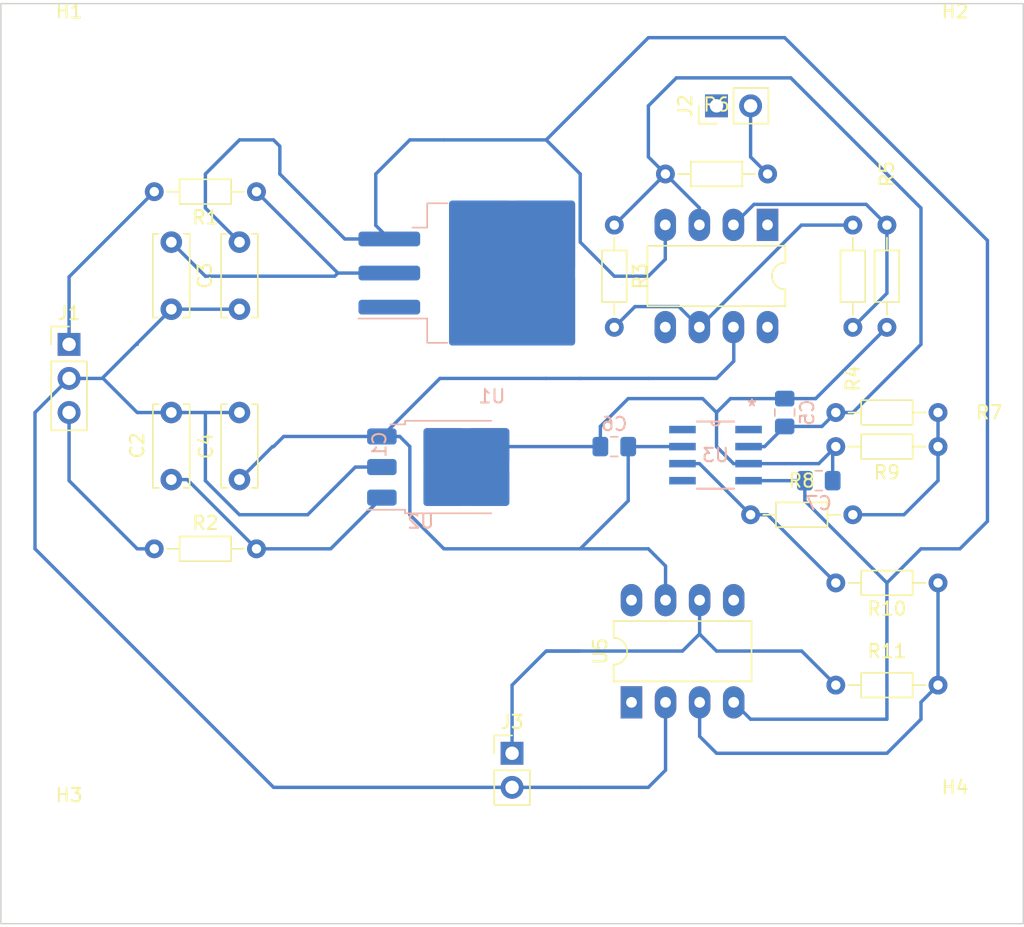
<source format=kicad_pcb>
(kicad_pcb (version 20221018) (generator pcbnew)
  (layers (0 "F.Cu" signal) (31 "B.Cu" signal) (34 "B.Paste" user) (35 "F.Paste" user) (36 "B.SilkS" user "B.Silkscreen") (37 "F.SilkS" user "F.Silkscreen") (38 "B.Mask" user) (39 "F.Mask" user) (44 "Edge.Cuts" user))
  (net 0 "")
  (net 1 "Net-(U1-VI)")
  (net 2 "Net-(J1-Pin_1)")
  (net 3 "Net-(J1-Pin_3)")
  (net 4 "Net-(U2-IN)")
  (net 5 "load")
  (net 6 "Net-(R3-Pad2)")
  (net 7 "Earth")
  (net 8 "Net-(J2-Pin_2)")
  (net 9 "-12V")
  (net 10 "+12V")
  (net 14 "Net-(R7-Pad1)")
  (net 15 "Net-(U3-OUT)")
  (net 16 "Net-(J3-Pin_1)")
  (net 17 "Net-(U4--)")
  (net 18 "Net-(U5-+)")
  (footprint "Package_DIP:DIP-8_W7.62mm_LongPads" (layer "F.Cu") (at 161.28 72.375 -90)
    (fp_text reference "U4" hide)
    (fp_text value "TL081" hide)
    (fp_line (start 1.56 -1.33) (end 1.56 8.95) (stroke (width 0.12)) (layer "F.SilkS"))
    (fp_line (start 1.56 8.95) (end 6.06 8.95) (stroke (width 0.12)) (layer "F.SilkS"))
    (fp_line (start 2.81 -1.33) (end 1.56 -1.33) (stroke (width 0.12)) (layer "F.SilkS"))
    (fp_line (start 6.06 -1.33) (end 4.81 -1.33) (stroke (width 0.12)) (layer "F.SilkS"))
    (fp_line (start 6.06 8.95) (end 6.06 -1.33) (stroke (width 0.12)) (layer "F.SilkS"))
    (fp_arc (start 4.81 -1.33) (mid 3.81 -0.33) (end 2.81 -1.33) (stroke (width 0.12)) (layer "F.SilkS"))
    (pad "1" thru_hole rect (at 0 0 270) (size 2.4 1.6) (drill 0.8) (layers "*.Cu" "*.Mask"))
    (pad "2" thru_hole oval (at 0 2.54 270) (size 2.4 1.6) (drill 0.8) (layers "*.Cu" "*.Mask") (net 17 "Net-(U4--)"))
    (pad "3" thru_hole oval (at 0 5.08 270) (size 2.4 1.6) (drill 0.8) (layers "*.Cu" "*.Mask") (net 5 "load"))
    (pad "4" thru_hole oval (at 0 7.62 270) (size 2.4 1.6) (drill 0.8) (layers "*.Cu" "*.Mask") (net 9 "-12V"))
    (pad "5" thru_hole oval (at 7.62 7.62 270) (size 2.4 1.6) (drill 0.8) (layers "*.Cu" "*.Mask"))
    (pad "6" thru_hole oval (at 7.62 5.08 270) (size 2.4 1.6) (drill 0.8) (layers "*.Cu" "*.Mask") (net 6 "Net-(R3-Pad2)"))
    (pad "7" thru_hole oval (at 7.62 2.54 270) (size 2.4 1.6) (drill 0.8) (layers "*.Cu" "*.Mask") (net 10 "+12V"))
    (pad "8" thru_hole oval (at 7.62 0 270) (size 2.4 1.6) (drill 0.8) (layers "*.Cu" "*.Mask"))
  )
  (footprint "Capacitor_THT:C_Disc_D6.0mm_W2.5mm_P5.00mm" (layer "F.Cu") (at 116.84 73.66 -90)
    (fp_text reference "C3" (at 2.5 -2.5 90) (layer "F.SilkS"))
    (fp_text value "330n")
    (fp_line (start -0.62 -1.37) (end -0.62 -0.925) (stroke (width 0.12)) (layer "F.SilkS"))
    (fp_line (start -0.62 -1.37) (end 5.62 -1.37) (stroke (width 0.12)) (layer "F.SilkS"))
    (fp_line (start -0.62 0.925) (end -0.62 1.37) (stroke (width 0.12)) (layer "F.SilkS"))
    (fp_line (start -0.62 1.37) (end 5.62 1.37) (stroke (width 0.12)) (layer "F.SilkS"))
    (fp_line (start 5.62 -1.37) (end 5.62 -0.925) (stroke (width 0.12)) (layer "F.SilkS"))
    (fp_line (start 5.62 0.925) (end 5.62 1.37) (stroke (width 0.12)) (layer "F.SilkS"))
    (pad "1" thru_hole circle (at 0 0 270) (size 1.6 1.6) (drill 0.8) (layers "*.Cu" "*.Mask") (net 1 "Net-(U1-VI)"))
    (pad "2" thru_hole circle (at 5 0 270) (size 1.6 1.6) (drill 0.8) (layers "*.Cu" "*.Mask") (net 7 "Earth"))
  )
  (footprint "Resistor_THT:R_Axial_DIN0204_L3.6mm_D1.6mm_P7.62mm_Horizontal" (layer "F.Cu") (at 160.02 93.98)
    (fp_text reference "R8" (at 3.81 -2.54) (layer "F.SilkS"))
    (fp_text value "12k" hide)
    (fp_line (start 0.94 0) (end 1.89 0) (stroke (width 0.12)) (layer "F.SilkS"))
    (fp_line (start 1.89 -0.92) (end 1.89 0.92) (stroke (width 0.12)) (layer "F.SilkS"))
    (fp_line (start 1.89 0.92) (end 5.73 0.92) (stroke (width 0.12)) (layer "F.SilkS"))
    (fp_line (start 5.73 -0.92) (end 1.89 -0.92) (stroke (width 0.12)) (layer "F.SilkS"))
    (fp_line (start 5.73 0.92) (end 5.73 -0.92) (stroke (width 0.12)) (layer "F.SilkS"))
    (fp_line (start 6.68 0) (end 5.73 0) (stroke (width 0.12)) (layer "F.SilkS"))
    (pad "1" thru_hole circle (at 0 0) (size 1.4 1.4) (drill 0.7) (layers "*.Cu" "*.Mask") (net 15 "Net-(U3-OUT)"))
    (pad "2" thru_hole oval (at 7.62 0) (size 1.4 1.4) (drill 0.7) (layers "*.Cu" "*.Mask") (net 14 "Net-(R7-Pad1)"))
  )
  (footprint "Capacitor_THT:C_Disc_D6.0mm_W2.5mm_P5.00mm" (layer "F.Cu") (at 121.92 91.36 90)
    (fp_text reference "C4" (at 2.5 -2.5 90) (layer "F.SilkS"))
    (fp_text value "220n")
    (fp_line (start -0.62 -1.37) (end -0.62 -0.925) (stroke (width 0.12)) (layer "F.SilkS"))
    (fp_line (start -0.62 -1.37) (end 5.62 -1.37) (stroke (width 0.12)) (layer "F.SilkS"))
    (fp_line (start -0.62 0.925) (end -0.62 1.37) (stroke (width 0.12)) (layer "F.SilkS"))
    (fp_line (start -0.62 1.37) (end 5.62 1.37) (stroke (width 0.12)) (layer "F.SilkS"))
    (fp_line (start 5.62 -1.37) (end 5.62 -0.925) (stroke (width 0.12)) (layer "F.SilkS"))
    (fp_line (start 5.62 0.925) (end 5.62 1.37) (stroke (width 0.12)) (layer "F.SilkS"))
    (pad "1" thru_hole circle (at 0 0 90) (size 1.6 1.6) (drill 0.8) (layers "*.Cu" "*.Mask") (net 10 "+12V"))
    (pad "2" thru_hole circle (at 5 0 90) (size 1.6 1.6) (drill 0.8) (layers "*.Cu" "*.Mask") (net 7 "Earth"))
  )
  (footprint "Resistor_THT:R_Axial_DIN0204_L3.6mm_D1.6mm_P7.62mm_Horizontal" (layer "F.Cu") (at 166.37 106.68)
    (fp_text reference "R11" (at 3.81 -2.53) (layer "F.SilkS"))
    (fp_text value "10k" hide)
    (fp_line (start 0.94 0) (end 1.89 0) (stroke (width 0.12)) (layer "F.SilkS"))
    (fp_line (start 1.89 -0.92) (end 1.89 0.92) (stroke (width 0.12)) (layer "F.SilkS"))
    (fp_line (start 1.89 0.92) (end 5.73 0.92) (stroke (width 0.12)) (layer "F.SilkS"))
    (fp_line (start 5.73 -0.92) (end 1.89 -0.92) (stroke (width 0.12)) (layer "F.SilkS"))
    (fp_line (start 5.73 0.92) (end 5.73 -0.92) (stroke (width 0.12)) (layer "F.SilkS"))
    (fp_line (start 6.68 0) (end 5.73 0) (stroke (width 0.12)) (layer "F.SilkS"))
    (pad "1" thru_hole circle (at 0 0) (size 1.4 1.4) (drill 0.7) (layers "*.Cu" "*.Mask") (net 16 "Net-(J3-Pin_1)"))
    (pad "2" thru_hole oval (at 7.62 0) (size 1.4 1.4) (drill 0.7) (layers "*.Cu" "*.Mask") (net 18 "Net-(U5-+)"))
  )
  (footprint "Connector_PinHeader_2.54mm:PinHeader_1x02_P2.54mm_Vertical" (layer "F.Cu") (at 157.48 63.5 90)
    (fp_text reference "J2" (at 0 -2.33 90) (layer "F.SilkS"))
    (fp_text value "Conn_01x02_Pin")
    (fp_line (start -1.33 -1.33) (end 0 -1.33) (stroke (width 0.12)) (layer "F.SilkS"))
    (fp_line (start -1.33 0) (end -1.33 -1.33) (stroke (width 0.12)) (layer "F.SilkS"))
    (fp_line (start -1.33 1.27) (end -1.33 3.87) (stroke (width 0.12)) (layer "F.SilkS"))
    (fp_line (start -1.33 1.27) (end 1.33 1.27) (stroke (width 0.12)) (layer "F.SilkS"))
    (fp_line (start -1.33 3.87) (end 1.33 3.87) (stroke (width 0.12)) (layer "F.SilkS"))
    (fp_line (start 1.33 1.27) (end 1.33 3.87) (stroke (width 0.12)) (layer "F.SilkS"))
    (pad "1" thru_hole rect (at 0 0 90) (size 1.7 1.7) (drill 1) (layers "*.Cu" "*.Mask") (net 7 "Earth"))
    (pad "2" thru_hole oval (at 0 2.54 90) (size 1.7 1.7) (drill 1) (layers "*.Cu" "*.Mask") (net 8 "Net-(J2-Pin_2)"))
  )
  (footprint "MountingHole:MountingHole_3.5mm" (layer "F.Cu") (at 175.26 60.96)
    (fp_text reference "H2" (at 0 -4.5) (layer "F.SilkS"))
    (fp_text value "MountingHole")
    (pad "" np_thru_hole circle (at 0 0) (size 3.5 3.5) (drill 3.5) (layers "*.Cu" "*.Mask"))
  )
  (footprint "Resistor_THT:R_Axial_DIN0204_L3.6mm_D1.6mm_P7.62mm_Horizontal" (layer "F.Cu") (at 153.67 68.58)
    (fp_text reference "R6" (at 3.81 -5.17) (layer "F.SilkS"))
    (fp_text value "10Meg")
    (fp_line (start 0.94 0) (end 1.89 0) (stroke (width 0.12)) (layer "F.SilkS"))
    (fp_line (start 1.89 -0.92) (end 1.89 0.92) (stroke (width 0.12)) (layer "F.SilkS"))
    (fp_line (start 1.89 0.92) (end 5.73 0.92) (stroke (width 0.12)) (layer "F.SilkS"))
    (fp_line (start 5.73 -0.92) (end 1.89 -0.92) (stroke (width 0.12)) (layer "F.SilkS"))
    (fp_line (start 5.73 0.92) (end 5.73 -0.92) (stroke (width 0.12)) (layer "F.SilkS"))
    (fp_line (start 6.68 0) (end 5.73 0) (stroke (width 0.12)) (layer "F.SilkS"))
    (pad "1" thru_hole circle (at 0 0) (size 1.4 1.4) (drill 0.7) (layers "*.Cu" "*.Mask") (net 5 "load"))
    (pad "2" thru_hole oval (at 7.62 0) (size 1.4 1.4) (drill 0.7) (layers "*.Cu" "*.Mask") (net 8 "Net-(J2-Pin_2)"))
  )
  (footprint "Capacitor_THT:C_Disc_D6.0mm_W2.5mm_P5.00mm" (layer "F.Cu") (at 116.84 91.36 90)
    (fp_text reference "C2" (at 2.54 -2.54 90) (layer "F.SilkS"))
    (fp_text value "330n")
    (fp_line (start -0.62 -1.37) (end -0.62 -0.925) (stroke (width 0.12)) (layer "F.SilkS"))
    (fp_line (start -0.62 -1.37) (end 5.62 -1.37) (stroke (width 0.12)) (layer "F.SilkS"))
    (fp_line (start -0.62 0.925) (end -0.62 1.37) (stroke (width 0.12)) (layer "F.SilkS"))
    (fp_line (start -0.62 1.37) (end 5.62 1.37) (stroke (width 0.12)) (layer "F.SilkS"))
    (fp_line (start 5.62 -1.37) (end 5.62 -0.925) (stroke (width 0.12)) (layer "F.SilkS"))
    (fp_line (start 5.62 0.925) (end 5.62 1.37) (stroke (width 0.12)) (layer "F.SilkS"))
    (pad "1" thru_hole circle (at 0 0 90) (size 1.6 1.6) (drill 0.8) (layers "*.Cu" "*.Mask") (net 4 "Net-(U2-IN)"))
    (pad "2" thru_hole circle (at 5 0 90) (size 1.6 1.6) (drill 0.8) (layers "*.Cu" "*.Mask") (net 7 "Earth"))
  )
  (footprint "Connector_PinHeader_2.54mm:PinHeader_1x02_P2.54mm_Vertical" (layer "F.Cu") (at 142.24 111.76)
    (fp_text reference "J3" (at 0 -2.33) (layer "F.SilkS"))
    (fp_text value "Conn_01x02_Pin" hide)
    (fp_line (start -1.33 -1.33) (end 0 -1.33) (stroke (width 0.12)) (layer "F.SilkS"))
    (fp_line (start -1.33 0) (end -1.33 -1.33) (stroke (width 0.12)) (layer "F.SilkS"))
    (fp_line (start -1.33 1.27) (end -1.33 3.87) (stroke (width 0.12)) (layer "F.SilkS"))
    (fp_line (start -1.33 1.27) (end 1.33 1.27) (stroke (width 0.12)) (layer "F.SilkS"))
    (fp_line (start -1.33 3.87) (end 1.33 3.87) (stroke (width 0.12)) (layer "F.SilkS"))
    (fp_line (start 1.33 1.27) (end 1.33 3.87) (stroke (width 0.12)) (layer "F.SilkS"))
    (pad "1" thru_hole rect (at 0 0) (size 1.7 1.7) (drill 1) (layers "*.Cu" "*.Mask") (net 16 "Net-(J3-Pin_1)"))
    (pad "2" thru_hole oval (at 0 2.54) (size 1.7 1.7) (drill 1) (layers "*.Cu" "*.Mask") (net 7 "Earth"))
  )
  (footprint "Capacitor_THT:C_Disc_D6.0mm_W2.5mm_P5.00mm" (layer "F.Cu") (at 121.92 73.66 -90)
    (fp_text reference "C1" (at 15.085 -10.435 90) (layer "B.SilkS") (effects (justify mirror)))
    (fp_text value "220n")
    (fp_line (start -0.62 -1.37) (end -0.62 -0.925) (stroke (width 0.12)) (layer "F.SilkS"))
    (fp_line (start -0.62 -1.37) (end 5.62 -1.37) (stroke (width 0.12)) (layer "F.SilkS"))
    (fp_line (start -0.62 0.925) (end -0.62 1.37) (stroke (width 0.12)) (layer "F.SilkS"))
    (fp_line (start -0.62 1.37) (end 5.62 1.37) (stroke (width 0.12)) (layer "F.SilkS"))
    (fp_line (start 5.62 -1.37) (end 5.62 -0.925) (stroke (width 0.12)) (layer "F.SilkS"))
    (fp_line (start 5.62 0.925) (end 5.62 1.37) (stroke (width 0.12)) (layer "F.SilkS"))
    (pad "1" thru_hole circle (at 0 0 270) (size 1.6 1.6) (drill 0.8) (layers "*.Cu" "*.Mask") (net 9 "-12V"))
    (pad "2" thru_hole circle (at 5 0 270) (size 1.6 1.6) (drill 0.8) (layers "*.Cu" "*.Mask") (net 7 "Earth"))
  )
  (footprint "Resistor_THT:R_Axial_DIN0204_L3.6mm_D1.6mm_P7.62mm_Horizontal" (layer "F.Cu") (at 173.99 99.06 180)
    (fp_text reference "R10" (at 3.81 -1.92) (layer "F.SilkS"))
    (fp_text value "10k" hide)
    (fp_line (start 0.94 0) (end 1.89 0) (stroke (width 0.12)) (layer "F.SilkS"))
    (fp_line (start 1.89 -0.92) (end 1.89 0.92) (stroke (width 0.12)) (layer "F.SilkS"))
    (fp_line (start 1.89 0.92) (end 5.73 0.92) (stroke (width 0.12)) (layer "F.SilkS"))
    (fp_line (start 5.73 -0.92) (end 1.89 -0.92) (stroke (width 0.12)) (layer "F.SilkS"))
    (fp_line (start 5.73 0.92) (end 5.73 -0.92) (stroke (width 0.12)) (layer "F.SilkS"))
    (fp_line (start 6.68 0) (end 5.73 0) (stroke (width 0.12)) (layer "F.SilkS"))
    (pad "1" thru_hole circle (at 0 0 180) (size 1.4 1.4) (drill 0.7) (layers "*.Cu" "*.Mask") (net 18 "Net-(U5-+)"))
    (pad "2" thru_hole oval (at 7.62 0 180) (size 1.4 1.4) (drill 0.7) (layers "*.Cu" "*.Mask") (net 15 "Net-(U3-OUT)"))
  )
  (footprint "MountingHole:MountingHole_3.5mm" (layer "F.Cu") (at 109.22 119.38)
    (fp_text reference "H3" (at 0 -4.5) (layer "F.SilkS"))
    (fp_text value "MountingHole")
    (pad "" np_thru_hole circle (at 0 0) (size 3.5 3.5) (drill 3.5) (layers "*.Cu" "*.Mask"))
  )
  (footprint "Resistor_THT:R_Axial_DIN0204_L3.6mm_D1.6mm_P7.62mm_Horizontal" (layer "F.Cu") (at 170.18 80.01 90)
    (fp_text reference "R5" (at 11.43 0 90) (layer "F.SilkS"))
    (fp_text value "100k")
    (fp_line (start 0.94 0) (end 1.89 0) (stroke (width 0.12)) (layer "F.SilkS"))
    (fp_line (start 1.89 -0.92) (end 1.89 0.92) (stroke (width 0.12)) (layer "F.SilkS"))
    (fp_line (start 1.89 0.92) (end 5.73 0.92) (stroke (width 0.12)) (layer "F.SilkS"))
    (fp_line (start 5.73 -0.92) (end 1.89 -0.92) (stroke (width 0.12)) (layer "F.SilkS"))
    (fp_line (start 5.73 0.92) (end 5.73 -0.92) (stroke (width 0.12)) (layer "F.SilkS"))
    (fp_line (start 6.68 0) (end 5.73 0) (stroke (width 0.12)) (layer "F.SilkS"))
    (pad "1" thru_hole circle (at 0 0 90) (size 1.4 1.4) (drill 0.7) (layers "*.Cu" "*.Mask") (net 7 "Earth"))
    (pad "2" thru_hole oval (at 7.62 0 90) (size 1.4 1.4) (drill 0.7) (layers "*.Cu" "*.Mask") (net 17 "Net-(U4--)"))
  )
  (footprint "Package_DIP:DIP-8_W7.62mm_LongPads" (layer "F.Cu") (at 151.14 107.965 90)
    (fp_text reference "U5" (at 3.81 -2.33 90) (layer "F.SilkS"))
    (fp_text value "TL081")
    (fp_line (start 1.56 -1.33) (end 1.56 8.95) (stroke (width 0.12)) (layer "F.SilkS"))
    (fp_line (start 1.56 8.95) (end 6.06 8.95) (stroke (width 0.12)) (layer "F.SilkS"))
    (fp_line (start 2.81 -1.33) (end 1.56 -1.33) (stroke (width 0.12)) (layer "F.SilkS"))
    (fp_line (start 6.06 -1.33) (end 4.81 -1.33) (stroke (width 0.12)) (layer "F.SilkS"))
    (fp_line (start 6.06 8.95) (end 6.06 -1.33) (stroke (width 0.12)) (layer "F.SilkS"))
    (fp_arc (start 4.81 -1.33) (mid 3.81 -0.33) (end 2.81 -1.33) (stroke (width 0.12)) (layer "F.SilkS"))
    (pad "1" thru_hole rect (at 0 0 90) (size 2.4 1.6) (drill 0.8) (layers "*.Cu" "*.Mask"))
    (pad "2" thru_hole oval (at 0 2.54 90) (size 2.4 1.6) (drill 0.8) (layers "*.Cu" "*.Mask") (net 7 "Earth"))
    (pad "3" thru_hole oval (at 0 5.08 90) (size 2.4 1.6) (drill 0.8) (layers "*.Cu" "*.Mask") (net 18 "Net-(U5-+)"))
    (pad "4" thru_hole oval (at 0 7.62 90) (size 2.4 1.6) (drill 0.8) (layers "*.Cu" "*.Mask") (net 9 "-12V"))
    (pad "5" thru_hole oval (at 7.62 7.62 90) (size 2.4 1.6) (drill 0.8) (layers "*.Cu" "*.Mask"))
    (pad "6" thru_hole oval (at 7.62 5.08 90) (size 2.4 1.6) (drill 0.8) (layers "*.Cu" "*.Mask") (net 16 "Net-(J3-Pin_1)"))
    (pad "7" thru_hole oval (at 7.62 2.54 90) (size 2.4 1.6) (drill 0.8) (layers "*.Cu" "*.Mask") (net 10 "+12V"))
    (pad "8" thru_hole oval (at 7.62 0 90) (size 2.4 1.6) (drill 0.8) (layers "*.Cu" "*.Mask"))
  )
  (footprint "Resistor_THT:R_Axial_DIN0204_L3.6mm_D1.6mm_P7.62mm_Horizontal" (layer "F.Cu") (at 173.99 88.9 180)
    (fp_text reference "R9" (at 3.81 -1.92) (layer "F.SilkS"))
    (fp_text value "120" hide)
    (fp_line (start 0.94 0) (end 1.89 0) (stroke (width 0.12)) (layer "F.SilkS"))
    (fp_line (start 1.89 -0.92) (end 1.89 0.92) (stroke (width 0.12)) (layer "F.SilkS"))
    (fp_line (start 1.89 0.92) (end 5.73 0.92) (stroke (width 0.12)) (layer "F.SilkS"))
    (fp_line (start 5.73 -0.92) (end 1.89 -0.92) (stroke (width 0.12)) (layer "F.SilkS"))
    (fp_line (start 5.73 0.92) (end 5.73 -0.92) (stroke (width 0.12)) (layer "F.SilkS"))
    (fp_line (start 6.68 0) (end 5.73 0) (stroke (width 0.12)) (layer "F.SilkS"))
    (pad "1" thru_hole circle (at 0 0 180) (size 1.4 1.4) (drill 0.7) (layers "*.Cu" "*.Mask") (net 14 "Net-(R7-Pad1)"))
    (pad "2" thru_hole oval (at 7.62 0 180) (size 1.4 1.4) (drill 0.7) (layers "*.Cu" "*.Mask") (net 7 "Earth"))
  )
  (footprint "Resistor_THT:R_Axial_DIN0204_L3.6mm_D1.6mm_P7.62mm_Horizontal" (layer "F.Cu") (at 173.99 86.36 180)
    (fp_text reference "R7" (at -3.81 0) (layer "F.SilkS"))
    (fp_text value "100k" hide)
    (fp_line (start 0.94 0) (end 1.89 0) (stroke (width 0.12)) (layer "F.SilkS"))
    (fp_line (start 1.89 -0.92) (end 1.89 0.92) (stroke (width 0.12)) (layer "F.SilkS"))
    (fp_line (start 1.89 0.92) (end 5.73 0.92) (stroke (width 0.12)) (layer "F.SilkS"))
    (fp_line (start 5.73 -0.92) (end 1.89 -0.92) (stroke (width 0.12)) (layer "F.SilkS"))
    (fp_line (start 5.73 0.92) (end 5.73 -0.92) (stroke (width 0.12)) (layer "F.SilkS"))
    (fp_line (start 6.68 0) (end 5.73 0) (stroke (width 0.12)) (layer "F.SilkS"))
    (pad "1" thru_hole circle (at 0 0 180) (size 1.4 1.4) (drill 0.7) (layers "*.Cu" "*.Mask") (net 14 "Net-(R7-Pad1)"))
    (pad "2" thru_hole oval (at 7.62 0 180) (size 1.4 1.4) (drill 0.7) (layers "*.Cu" "*.Mask") (net 5 "load"))
  )
  (footprint "MountingHole:MountingHole_3.5mm" (layer "F.Cu") (at 109.22 60.96)
    (fp_text reference "H1" (at 0 -4.5) (layer "F.SilkS"))
    (fp_text value "MountingHole")
    (pad "" np_thru_hole circle (at 0 0) (size 3.5 3.5) (drill 3.5) (layers "*.Cu" "*.Mask"))
  )
  (footprint "MountingHole:MountingHole_3.5mm" (layer "F.Cu") (at 175.26 119.38)
    (fp_text reference "H4" (at 0 -5.08) (layer "F.SilkS"))
    (fp_text value "MountingHole")
    (pad "" np_thru_hole circle (at 0 0) (size 3.5 3.5) (drill 3.5) (layers "*.Cu" "*.Mask"))
  )
  (footprint "Resistor_THT:R_Axial_DIN0204_L3.6mm_D1.6mm_P7.62mm_Horizontal" (layer "F.Cu") (at 115.57 96.52)
    (fp_text reference "R2" (at 3.81 -1.93) (layer "F.SilkS"))
    (fp_text value "50")
    (fp_line (start 0.94 0) (end 1.89 0) (stroke (width 0.12)) (layer "F.SilkS"))
    (fp_line (start 1.89 -0.92) (end 1.89 0.92) (stroke (width 0.12)) (layer "F.SilkS"))
    (fp_line (start 1.89 0.92) (end 5.73 0.92) (stroke (width 0.12)) (layer "F.SilkS"))
    (fp_line (start 5.73 -0.92) (end 1.89 -0.92) (stroke (width 0.12)) (layer "F.SilkS"))
    (fp_line (start 5.73 0.92) (end 5.73 -0.92) (stroke (width 0.12)) (layer "F.SilkS"))
    (fp_line (start 6.68 0) (end 5.73 0) (stroke (width 0.12)) (layer "F.SilkS"))
    (pad "1" thru_hole circle (at 0 0) (size 1.4 1.4) (drill 0.7) (layers "*.Cu" "*.Mask") (net 3 "Net-(J1-Pin_3)"))
    (pad "2" thru_hole oval (at 7.62 0) (size 1.4 1.4) (drill 0.7) (layers "*.Cu" "*.Mask") (net 4 "Net-(U2-IN)"))
  )
  (footprint "Connector_PinHeader_2.54mm:PinHeader_1x03_P2.54mm_Vertical" (layer "F.Cu") (at 109.22 81.28)
    (fp_text reference "J1" (at 0 -2.33) (layer "F.SilkS"))
    (fp_text value "Conn_01x03_Pin")
    (fp_line (start -1.33 -1.33) (end 0 -1.33) (stroke (width 0.12)) (layer "F.SilkS"))
    (fp_line (start -1.33 0) (end -1.33 -1.33) (stroke (width 0.12)) (layer "F.SilkS"))
    (fp_line (start -1.33 1.27) (end -1.33 6.41) (stroke (width 0.12)) (layer "F.SilkS"))
    (fp_line (start -1.33 1.27) (end 1.33 1.27) (stroke (width 0.12)) (layer "F.SilkS"))
    (fp_line (start -1.33 6.41) (end 1.33 6.41) (stroke (width 0.12)) (layer "F.SilkS"))
    (fp_line (start 1.33 1.27) (end 1.33 6.41) (stroke (width 0.12)) (layer "F.SilkS"))
    (pad "1" thru_hole rect (at 0 0) (size 1.7 1.7) (drill 1) (layers "*.Cu" "*.Mask") (net 2 "Net-(J1-Pin_1)"))
    (pad "2" thru_hole oval (at 0 2.54) (size 1.7 1.7) (drill 1) (layers "*.Cu" "*.Mask") (net 7 "Earth"))
    (pad "3" thru_hole oval (at 0 5.08) (size 1.7 1.7) (drill 1) (layers "*.Cu" "*.Mask") (net 3 "Net-(J1-Pin_3)"))
  )
  (footprint "Resistor_THT:R_Axial_DIN0204_L3.6mm_D1.6mm_P7.62mm_Horizontal" (layer "F.Cu") (at 149.86 72.39 -90)
    (fp_text reference "R3" (at 3.81 -1.92 90) (layer "F.SilkS"))
    (fp_text value "10Meg")
    (fp_line (start 0.94 0) (end 1.89 0) (stroke (width 0.12)) (layer "F.SilkS"))
    (fp_line (start 1.89 -0.92) (end 1.89 0.92) (stroke (width 0.12)) (layer "F.SilkS"))
    (fp_line (start 1.89 0.92) (end 5.73 0.92) (stroke (width 0.12)) (layer "F.SilkS"))
    (fp_line (start 5.73 -0.92) (end 1.89 -0.92) (stroke (width 0.12)) (layer "F.SilkS"))
    (fp_line (start 5.73 0.92) (end 5.73 -0.92) (stroke (width 0.12)) (layer "F.SilkS"))
    (fp_line (start 6.68 0) (end 5.73 0) (stroke (width 0.12)) (layer "F.SilkS"))
    (pad "1" thru_hole circle (at 0 0 270) (size 1.4 1.4) (drill 0.7) (layers "*.Cu" "*.Mask") (net 5 "load"))
    (pad "2" thru_hole oval (at 7.62 0 270) (size 1.4 1.4) (drill 0.7) (layers "*.Cu" "*.Mask") (net 6 "Net-(R3-Pad2)"))
  )
  (footprint "Resistor_THT:R_Axial_DIN0204_L3.6mm_D1.6mm_P7.62mm_Horizontal" (layer "F.Cu") (at 123.19 69.9 180)
    (fp_text reference "R1" (at 3.81 -1.92) (layer "F.SilkS"))
    (fp_text value "50")
    (fp_line (start 0.94 0) (end 1.89 0) (stroke (width 0.12)) (layer "F.SilkS"))
    (fp_line (start 1.89 -0.92) (end 1.89 0.92) (stroke (width 0.12)) (layer "F.SilkS"))
    (fp_line (start 1.89 0.92) (end 5.73 0.92) (stroke (width 0.12)) (layer "F.SilkS"))
    (fp_line (start 5.73 -0.92) (end 1.89 -0.92) (stroke (width 0.12)) (layer "F.SilkS"))
    (fp_line (start 5.73 0.92) (end 5.73 -0.92) (stroke (width 0.12)) (layer "F.SilkS"))
    (fp_line (start 6.68 0) (end 5.73 0) (stroke (width 0.12)) (layer "F.SilkS"))
    (pad "1" thru_hole circle (at 0 0 180) (size 1.4 1.4) (drill 0.7) (layers "*.Cu" "*.Mask") (net 1 "Net-(U1-VI)"))
    (pad "2" thru_hole oval (at 7.62 0 180) (size 1.4 1.4) (drill 0.7) (layers "*.Cu" "*.Mask") (net 2 "Net-(J1-Pin_1)"))
  )
  (footprint "Resistor_THT:R_Axial_DIN0204_L3.6mm_D1.6mm_P7.62mm_Horizontal" (layer "F.Cu") (at 167.64 80.01 90)
    (fp_text reference "R4" (at -3.81 0 90) (layer "F.SilkS"))
    (fp_text value "100k")
    (fp_line (start 0.94 0) (end 1.89 0) (stroke (width 0.12)) (layer "F.SilkS"))
    (fp_line (start 1.89 -0.92) (end 1.89 0.92) (stroke (width 0.12)) (layer "F.SilkS"))
    (fp_line (start 1.89 0.92) (end 5.73 0.92) (stroke (width 0.12)) (layer "F.SilkS"))
    (fp_line (start 5.73 -0.92) (end 1.89 -0.92) (stroke (width 0.12)) (layer "F.SilkS"))
    (fp_line (start 5.73 0.92) (end 5.73 -0.92) (stroke (width 0.12)) (layer "F.SilkS"))
    (fp_line (start 6.68 0) (end 5.73 0) (stroke (width 0.12)) (layer "F.SilkS"))
    (pad "1" thru_hole circle (at 0 0 90) (size 1.4 1.4) (drill 0.7) (layers "*.Cu" "*.Mask") (net 17 "Net-(U4--)"))
    (pad "2" thru_hole oval (at 7.62 0 90) (size 1.4 1.4) (drill 0.7) (layers "*.Cu" "*.Mask") (net 6 "Net-(R3-Pad2)"))
  )
  (footprint "OPA209:D8" (layer "B.Cu") (at 157.4038 89.535 180)
    (fp_text reference "U3" (at 0 0 unlocked) (layer "B.SilkS") (effects (justify mirror)))
    (fp_text value "OPA209AID")
    (fp_text user "*" (at -2.7178 3.6068 unlocked) (layer "B.SilkS") (effects (justify mirror)))
    (fp_text user "*" (at -2.7178 3.6068) (layer "B.SilkS") (effects (justify mirror)))
    (fp_line (start -1.373653 -2.5019) (end 1.373653 -2.5019) (stroke (width 0.1524)) (layer "B.SilkS"))
    (fp_line (start 1.373653 2.5019) (end -1.373653 2.5019) (stroke (width 0.1524)) (layer "B.SilkS"))
    (fp_arc (start -0.3048 2.5019) (mid 0 2.1971) (end 0.3048 2.5019) (stroke (width 0.1524)) (layer "B.SilkS"))
    (pad "1" smd rect (at -2.4638 1.905 180) (size 1.9812 0.5588) (layers "B.Cu" "B.Paste" "B.Mask"))
    (pad "2" smd rect (at -2.4638 0.635 180) (size 1.9812 0.5588) (layers "B.Cu" "B.Paste" "B.Mask") (net 5 "load"))
    (pad "3" smd rect (at -2.4638 -0.635 180) (size 1.9812 0.5588) (layers "B.Cu" "B.Paste" "B.Mask") (net 7 "Earth"))
    (pad "4" smd rect (at -2.4638 -1.905 180) (size 1.9812 0.5588) (layers "B.Cu" "B.Paste" "B.Mask") (net 9 "-12V"))
    (pad "5" smd rect (at 2.4638 -1.905 180) (size 1.9812 0.5588) (layers "B.Cu" "B.Paste" "B.Mask"))
    (pad "6" smd rect (at 2.4638 -0.635 180) (size 1.9812 0.5588) (layers "B.Cu" "B.Paste" "B.Mask") (net 15 "Net-(U3-OUT)"))
    (pad "7" smd rect (at 2.4638 0.635 180) (size 1.9812 0.5588) (layers "B.Cu" "B.Paste" "B.Mask") (net 10 "+12V"))
    (pad "8" smd rect (at 2.4638 1.905 180) (size 1.9812 0.5588) (layers "B.Cu" "B.Paste" "B.Mask"))
  )
  (footprint "Capacitor_SMD:C_0805_2012Metric_Pad1.18x1.45mm_HandSolder" (layer "B.Cu") (at 165.1 91.44)
    (fp_text reference "C7" (at 0 1.68) (layer "B.SilkS") (effects (justify mirror)))
    (fp_text value "0.1u")
    (fp_line (start -0.261252 -0.735) (end 0.261252 -0.735) (stroke (width 0.12)) (layer "B.SilkS"))
    (fp_line (start -0.261252 0.735) (end 0.261252 0.735) (stroke (width 0.12)) (layer "B.SilkS"))
    (pad "1" smd roundrect (at -1.0375 0) (size 1.175 1.45) (layers "B.Cu" "B.Paste" "B.Mask") (roundrect_rratio 0.2127659574) (net 9 "-12V"))
    (pad "2" smd roundrect (at 1.0375 0) (size 1.175 1.45) (layers "B.Cu" "B.Paste" "B.Mask") (roundrect_rratio 0.2127659574) (net 7 "Earth"))
  )
  (footprint "Package_TO_SOT_SMD:TO-252-3_TabPin2" (layer "B.Cu") (at 137.575 90.425)
    (fp_text reference "U2" (at -2.145 4.065) (layer "B.SilkS") (effects (justify mirror)))
    (fp_text value "L7812")
    (fp_line (start -3.31 -3.45) (end -3.31 -3.18) (stroke (width 0.12)) (layer "B.SilkS"))
    (fp_line (start -3.31 -3.18) (end -4.41 -3.18) (stroke (width 0.12)) (layer "B.SilkS"))
    (fp_line (start -3.31 3.18) (end -6.14 3.18) (stroke (width 0.12)) (layer "B.SilkS"))
    (fp_line (start -3.31 3.45) (end -3.31 3.18) (stroke (width 0.12)) (layer "B.SilkS"))
    (fp_line (start 3.11 -3.45) (end -3.31 -3.45) (stroke (width 0.12)) (layer "B.SilkS"))
    (fp_line (start 3.11 3.45) (end -3.31 3.45) (stroke (width 0.12)) (layer "B.SilkS"))
    (pad "1" smd roundrect (at -5.04 2.28) (size 2.2 1.2) (layers "B.Cu" "B.Paste" "B.Mask") (roundrect_rratio 0.2083333333) (net 4 "Net-(U2-IN)"))
    (pad "2" smd roundrect (at -5.04 0) (size 2.2 1.2) (layers "B.Cu" "B.Paste" "B.Mask") (roundrect_rratio 0.2083333333) (net 7 "Earth"))
    (pad "2" smd roundrect (at -0.415 -1.525) (size 3.05 2.75) (layers "B.Cu" "B.Paste") (roundrect_rratio 0.09090909091) (net 7 "Earth"))
    (pad "2" smd roundrect (at -0.415 1.525) (size 3.05 2.75) (layers "B.Cu" "B.Paste") (roundrect_rratio 0.09090909091) (net 7 "Earth"))
    (pad "2" smd roundrect (at 1.26 0) (size 6.4 5.8) (layers "B.Cu" "B.Mask") (roundrect_rratio 0.04310293103) (net 7 "Earth"))
    (pad "2" smd roundrect (at 2.935 -1.525) (size 3.05 2.75) (layers "B.Cu" "B.Paste") (roundrect_rratio 0.09090909091) (net 7 "Earth"))
    (pad "2" smd roundrect (at 2.935 1.525) (size 3.05 2.75) (layers "B.Cu" "B.Paste") (roundrect_rratio 0.09090909091) (net 7 "Earth"))
    (pad "3" smd roundrect (at -5.04 -2.28) (size 2.2 1.2) (layers "B.Cu" "B.Paste" "B.Mask") (roundrect_rratio 0.2083333333) (net 10 "+12V"))
  )
  (footprint "Capacitor_SMD:C_0805_2012Metric_Pad1.18x1.45mm_HandSolder" (layer "B.Cu") (at 149.86 88.9 180)
    (fp_text reference "C6" (at 0 1.68) (layer "B.SilkS") (effects (justify mirror)))
    (fp_text value "0.1u" hide)
    (fp_line (start -0.261252 -0.735) (end 0.261252 -0.735) (stroke (width 0.12)) (layer "B.SilkS"))
    (fp_line (start -0.261252 0.735) (end 0.261252 0.735) (stroke (width 0.12)) (layer "B.SilkS"))
    (pad "1" smd roundrect (at -1.0375 0 180) (size 1.175 1.45) (layers "B.Cu" "B.Paste" "B.Mask") (roundrect_rratio 0.2127659574) (net 10 "+12V"))
    (pad "2" smd roundrect (at 1.0375 0 180) (size 1.175 1.45) (layers "B.Cu" "B.Paste" "B.Mask") (roundrect_rratio 0.2127659574) (net 7 "Earth"))
  )
  (footprint "Package_TO_SOT_SMD:TO-263-3_TabPin2" (layer "B.Cu") (at 140.74 75.965)
    (fp_text reference "U1" (at 0 9.19) (layer "B.SilkS") (effects (justify mirror)))
    (fp_text value "MC7912")
    (fp_line (start -4.825 -5.2) (end -4.825 -3.39) (stroke (width 0.12)) (layer "B.SilkS"))
    (fp_line (start -4.825 -3.39) (end -5.925 -3.39) (stroke (width 0.12)) (layer "B.SilkS"))
    (fp_line (start -4.825 3.39) (end -9.95 3.39) (stroke (width 0.12)) (layer "B.SilkS"))
    (fp_line (start -4.825 5.2) (end -4.825 3.39) (stroke (width 0.12)) (layer "B.SilkS"))
    (fp_line (start -3.325 -5.2) (end -4.825 -5.2) (stroke (width 0.12)) (layer "B.SilkS"))
    (fp_line (start -3.325 5.2) (end -4.825 5.2) (stroke (width 0.12)) (layer "B.SilkS"))
    (pad "1" smd roundrect (at -7.65 2.54) (size 4.6 1.1) (layers "B.Cu" "B.Paste" "B.Mask") (roundrect_rratio 0.2272727273) (net 7 "Earth"))
    (pad "2" smd roundrect (at -7.65 0) (size 4.6 1.1) (layers "B.Cu" "B.Paste" "B.Mask") (roundrect_rratio 0.2272727273) (net 1 "Net-(U1-VI)"))
    (pad "2" smd roundrect (at -0.925 -2.775) (size 4.55 5.25) (layers "B.Cu" "B.Paste") (roundrect_rratio 0.05494505495) (net 1 "Net-(U1-VI)"))
    (pad "2" smd roundrect (at -0.925 2.775) (size 4.55 5.25) (layers "B.Cu" "B.Paste") (roundrect_rratio 0.05494505495) (net 1 "Net-(U1-VI)"))
    (pad "2" smd roundrect (at 1.5 0) (size 9.4 10.8) (layers "B.Cu" "B.Mask") (roundrect_rratio 0.02659595745) (net 1 "Net-(U1-VI)"))
    (pad "2" smd roundrect (at 3.925 -2.775) (size 4.55 5.25) (layers "B.Cu" "B.Paste") (roundrect_rratio 0.05494505495) (net 1 "Net-(U1-VI)"))
    (pad "2" smd roundrect (at 3.925 2.775) (size 4.55 5.25) (layers "B.Cu" "B.Paste") (roundrect_rratio 0.05494505495) (net 1 "Net-(U1-VI)"))
    (pad "3" smd roundrect (at -7.65 -2.54) (size 4.6 1.1) (layers "B.Cu" "B.Paste" "B.Mask") (roundrect_rratio 0.2272727273) (net 9 "-12V"))
  )
  (footprint "Capacitor_SMD:C_0805_2012Metric_Pad1.18x1.45mm_HandSolder" (layer "B.Cu") (at 162.56 86.36 90)
    (fp_text reference "C5" (at 0 1.68 90) (layer "B.SilkS") (effects (justify mirror)))
    (fp_text value "47p")
    (fp_line (start -0.261252 -0.735) (end 0.261252 -0.735) (stroke (width 0.12)) (layer "B.SilkS"))
    (fp_line (start -0.261252 0.735) (end 0.261252 0.735) (stroke (width 0.12)) (layer "B.SilkS"))
    (pad "1" smd roundrect (at -1.0375 0 90) (size 1.175 1.45) (layers "B.Cu" "B.Paste" "B.Mask") (roundrect_rratio 0.2127659574) (net 5 "load"))
    (pad "2" smd roundrect (at 1.0375 0 90) (size 1.175 1.45) (layers "B.Cu" "B.Paste" "B.Mask") (roundrect_rratio 0.2127659574) (net 7 "Earth"))
  )
  (gr_line (start 104.14 55.88) (end 180.34 55.88) (stroke (width 0.1)) (layer "Edge.Cuts"))
  (gr_line (start 180.34 124.46) (end 180.34 55.88) (stroke (width 0.1)) (layer "Edge.Cuts"))
  (gr_line (start 104.14 55.88) (end 104.14 124.46) (stroke (width 0.1)) (layer "Edge.Cuts"))
  (gr_line (start 104.14 124.46) (end 180.34 124.46) (stroke (width 0.1)) (layer "Edge.Cuts"))
  (segment (start 116.84 73.66) (end 119.38 76.2) (width 0.254) (layer "B.Cu") (net 1))
  (segment (start 119.38 76.2) (end 129.02 76.2) (width 0.254) (layer "B.Cu") (net 1))
  (segment (start 123.19 69.9) (end 129.255 75.965) (width 0.254) (layer "B.Cu") (net 1))
  (segment (start 129.255 75.965) (end 133.09 75.965) (width 0.254) (layer "B.Cu") (net 1))
  (segment (start 129.02 76.2) (end 129.255 75.965) (width 0.254) (layer "B.Cu") (net 1))
  (segment (start 109.22 76.25) (end 115.57 69.9) (width 0.254) (layer "B.Cu") (net 2))
  (segment (start 109.22 81.28) (end 109.22 76.25) (width 0.254) (layer "B.Cu") (net 2))
  (segment (start 109.22 91.44) (end 114.3 96.52) (width 0.254) (layer "B.Cu") (net 3))
  (segment (start 114.3 96.52) (end 115.57 96.52) (width 0.254) (layer "B.Cu") (net 3))
  (segment (start 109.22 86.36) (end 109.22 91.44) (width 0.254) (layer "B.Cu") (net 3))
  (segment (start 116.84 91.36) (end 118.03 91.36) (width 0.254) (layer "B.Cu") (net 4))
  (segment (start 123.19 96.52) (end 128.72 96.52) (width 0.254) (layer "B.Cu") (net 4))
  (segment (start 128.72 96.52) (end 132.535 92.705) (width 0.254) (layer "B.Cu") (net 4))
  (segment (start 118.03 91.36) (end 123.19 96.52) (width 0.254) (layer "B.Cu") (net 4))
  (segment (start 152.4 67.31) (end 153.67 68.58) (width 0.254) (layer "B.Cu") (net 5))
  (segment (start 166.37 86.36) (end 167.64 86.36) (width 0.254) (layer "B.Cu") (net 5))
  (segment (start 162.56 87.3975) (end 161.0575 88.9) (width 0.254) (layer "B.Cu") (net 5))
  (segment (start 162.56 87.3975) (end 165.3325 87.3975) (width 0.254) (layer "B.Cu") (net 5))
  (segment (start 149.86 72.39) (end 153.67 68.58) (width 0.254) (layer "B.Cu") (net 5))
  (segment (start 163.0172 61.4172) (end 154.4828 61.4172) (width 0.254) (layer "B.Cu") (net 5))
  (segment (start 152.4 63.5) (end 152.4 67.31) (width 0.254) (layer "B.Cu") (net 5))
  (segment (start 153.67 68.58) (end 156.2 71.11) (width 0.254) (layer "B.Cu") (net 5))
  (segment (start 156.2 71.11) (end 156.2 72.375) (width 0.254) (layer "B.Cu") (net 5))
  (segment (start 154.4828 61.4172) (end 152.4 63.5) (width 0.254) (layer "B.Cu") (net 5))
  (segment (start 161.0575 88.9) (end 159.8676 88.9) (width 0.254) (layer "B.Cu") (net 5))
  (segment (start 165.3325 87.3975) (end 166.37 86.36) (width 0.254) (layer "B.Cu") (net 5))
  (segment (start 172.72 81.28) (end 172.72 71.12) (width 0.254) (layer "B.Cu") (net 5))
  (segment (start 167.64 86.36) (end 172.72 81.28) (width 0.254) (layer "B.Cu") (net 5))
  (segment (start 172.72 71.12) (end 163.0172 61.4172) (width 0.254) (layer "B.Cu") (net 5))
  (segment (start 156.2 79.995) (end 163.805 72.39) (width 0.254) (layer "B.Cu") (net 6))
  (segment (start 154.6698 78.4648) (end 151.4052 78.4648) (width 0.254) (layer "B.Cu") (net 6))
  (segment (start 156.2 79.995) (end 154.6698 78.4648) (width 0.254) (layer "B.Cu") (net 6))
  (segment (start 163.805 72.39) (end 167.64 72.39) (width 0.254) (layer "B.Cu") (net 6))
  (segment (start 151.4052 78.4648) (end 149.86 80.01) (width 0.254) (layer "B.Cu") (net 6))
  (segment (start 142.24 114.3) (end 147.32 114.3) (width 0.254) (layer "B.Cu") (net 7))
  (segment (start 106.68 96.52) (end 124.46 114.3) (width 0.254) (layer "B.Cu") (net 7))
  (segment (start 162.56 85.3225) (end 164.8675 85.3225) (width 0.254) (layer "B.Cu") (net 7))
  (segment (start 119.38 86.36) (end 121.92 86.36) (width 0.254) (layer "B.Cu") (net 7))
  (segment (start 111.76 83.82) (end 109.22 83.82) (width 0.254) (layer "B.Cu") (net 7))
  (segment (start 166.37 88.9) (end 165.1 90.17) (width 0.254) (layer "B.Cu") (net 7))
  (segment (start 114.3 86.36) (end 111.76 83.82) (width 0.254) (layer "B.Cu") (net 7))
  (segment (start 164.8675 85.3225) (end 165.1 85.09) (width 0.254) (layer "B.Cu") (net 7))
  (segment (start 116.84 78.66) (end 114.26 81.24) (width 0.254) (layer "B.Cu") (net 7))
  (segment (start 158.75 90.17) (end 157.48 88.9) (width 0.254) (layer "B.Cu") (net 7))
  (segment (start 121.92 78.66) (end 116.84 78.66) (width 0.254) (layer "B.Cu") (net 7))
  (segment (start 130.555 90.425) (end 132.535 90.425) (width 0.254) (layer "B.Cu") (net 7))
  (segment (start 148.8225 87.3975) (end 148.8225 88.9) (width 0.254) (layer "B.Cu") (net 7))
  (segment (start 119.38 91.44) (end 121.92 93.98) (width 0.254) (layer "B.Cu") (net 7))
  (segment (start 127 93.98) (end 130.555 90.425) (width 0.254) (layer "B.Cu") (net 7))
  (segment (start 170.18 80.01) (end 165.1 85.09) (width 0.254) (layer "B.Cu") (net 7))
  (segment (start 156.4425 85.3225) (end 150.8975 85.3225) (width 0.254) (layer "B.Cu") (net 7))
  (segment (start 114.3 81.28) (end 114.26 81.24) (width 0.254) (layer "B.Cu") (net 7))
  (segment (start 162.56 90.17) (end 159.8676 90.17) (width 0.254) (layer "B.Cu") (net 7))
  (segment (start 152.4 114.3) (end 153.68 113.02) (width 0.254) (layer "B.Cu") (net 7))
  (segment (start 159.8676 90.17) (end 158.75 90.17) (width 0.254) (layer "B.Cu") (net 7))
  (segment (start 111.76 83.74) (end 111.76 83.82) (width 0.254) (layer "B.Cu") (net 7))
  (segment (start 162.56 85.3225) (end 158.5175 85.3225) (width 0.254) (layer "B.Cu") (net 7))
  (segment (start 147.32 114.3) (end 152.4 114.3) (width 0.254) (layer "B.Cu") (net 7))
  (segment (start 150.8975 85.3225) (end 148.8225 87.3975) (width 0.254) (layer "B.Cu") (net 7))
  (segment (start 109.22 83.82) (end 106.68 86.36) (width 0.254) (layer "B.Cu") (net 7))
  (segment (start 166.1375 89.1325) (end 166.37 88.9) (width 0.254) (layer "B.Cu") (net 7))
  (segment (start 142.24 114.3) (end 124.46 114.3) (width 0.254) (layer "B.Cu") (net 7))
  (segment (start 153.68 113.02) (end 153.68 107.965) (width 0.254) (layer "B.Cu") (net 7))
  (segment (start 157.48 86.36) (end 156.4425 85.3225) (width 0.254) (layer "B.Cu") (net 7))
  (segment (start 148.8225 88.9) (end 140.51 88.9) (width 0.254) (layer "B.Cu") (net 7))
  (segment (start 119.38 86.36) (end 119.38 91.44) (width 0.254) (layer "B.Cu") (net 7))
  (segment (start 157.48 88.9) (end 157.48 86.36) (width 0.254) (layer "B.Cu") (net 7))
  (segment (start 121.92 93.98) (end 127 93.98) (width 0.254) (layer "B.Cu") (net 7))
  (segment (start 166.1375 91.44) (end 166.1375 89.1325) (width 0.254) (layer "B.Cu") (net 7))
  (segment (start 116.84 86.36) (end 119.38 86.36) (width 0.254) (layer "B.Cu") (net 7))
  (segment (start 106.68 86.36) (end 106.68 96.52) (width 0.254) (layer "B.Cu") (net 7))
  (segment (start 158.5175 85.3225) (end 157.48 86.36) (width 0.254) (layer "B.Cu") (net 7))
  (segment (start 114.26 81.24) (end 111.76 83.74) (width 0.254) (layer "B.Cu") (net 7))
  (segment (start 165.1 90.17) (end 162.56 90.17) (width 0.254) (layer "B.Cu") (net 7))
  (segment (start 116.84 86.36) (end 114.3 86.36) (width 0.254) (layer "B.Cu") (net 7))
  (segment (start 160.02 67.31) (end 160.02 63.5) (width 0.254) (layer "B.Cu") (net 8))
  (segment (start 161.29 68.58) (end 160.02 67.31) (width 0.254) (layer "B.Cu") (net 8))
  (segment (start 170.18 99.06) (end 172.72 96.52) (width 0.254) (layer "B.Cu") (net 9))
  (segment (start 164.0625 92.9425) (end 167.64 96.52) (width 0.254) (layer "B.Cu") (net 9))
  (segment (start 133.09 73.425) (end 132.08 72.415) (width 0.254) (layer "B.Cu") (net 9))
  (segment (start 158.76 107.965) (end 160.015 109.22) (width 0.254) (layer "B.Cu") (net 9))
  (segment (start 172.72 96.52) (end 175.622808 96.52) (width 0.254) (layer "B.Cu") (net 9))
  (segment (start 124.46 66.04) (end 121.92 66.04) (width 0.254) (layer "B.Cu") (net 9))
  (segment (start 134.62 66.04) (end 137.16 66.04) (width 0.254) (layer "B.Cu") (net 9))
  (segment (start 119.38 68.58) (end 119.38 71.12) (width 0.254) (layer "B.Cu") (net 9))
  (segment (start 164.0625 91.44) (end 159.8676 91.44) (width 0.254) (layer "B.Cu") (net 9))
  (segment (start 170.18 109.22) (end 170.18 99.06) (width 0.254) (layer "B.Cu") (net 9))
  (segment (start 162.56 58.42) (end 152.4 58.42) (width 0.254) (layer "B.Cu") (net 9))
  (segment (start 177.673 73.533) (end 162.56 58.42) (width 0.254) (layer "B.Cu") (net 9))
  (segment (start 147.32 68.58) (end 144.78 66.04) (width 0.254) (layer "B.Cu") (net 9))
  (segment (start 132.08 68.58) (end 134.62 66.04) (width 0.254) (layer "B.Cu") (net 9))
  (segment (start 160.015 109.22) (end 170.18 109.22) (width 0.254) (layer "B.Cu") (net 9))
  (segment (start 124.93 66.51) (end 124.46 66.04) (width 0.254) (layer "B.Cu") (net 9))
  (segment (start 132.08 71.12) (end 132.08 68.58) (width 0.254) (layer "B.Cu") (net 9))
  (segment (start 129.775 73.425) (end 133.09 73.425) (width 0.254) (layer "B.Cu") (net 9))
  (segment (start 153.66 72.375) (end 153.66 74.94) (width 0.254) (layer "B.Cu") (net 9))
  (segment (start 132.08 72.415) (end 132.08 71.12) (width 0.254) (layer "B.Cu") (net 9))
  (segment (start 170.18 99.06) (end 167.64 96.52) (width 0.254) (layer "B.Cu") (net 9))
  (segment (start 177.673 94.469808) (end 177.673 73.533) (width 0.254) (layer "B.Cu") (net 9))
  (segment (start 124.93 68.58) (end 129.775 73.425) (width 0.254) (layer "B.Cu") (net 9))
  (segment (start 175.622808 96.52) (end 177.673 94.469808) (width 0.254) (layer "B.Cu") (net 9))
  (segment (start 121.92 66.04) (end 119.38 68.58) (width 0.254) (layer "B.Cu") (net 9))
  (segment (start 144.78 66.04) (end 137.16 66.04) (width 0.254) (layer "B.Cu") (net 9))
  (segment (start 153.66 74.94) (end 152.4 76.2) (width 0.254) (layer "B.Cu") (net 9))
  (segment (start 124.93 68.58) (end 124.93 66.51) (width 0.254) (layer "B.Cu") (net 9))
  (segment (start 149.86 76.2) (end 147.32 73.66) (width 0.254) (layer "B.Cu") (net 9))
  (segment (start 119.38 71.12) (end 121.92 73.66) (width 0.254) (layer "B.Cu") (net 9))
  (segment (start 152.4 58.42) (end 144.78 66.04) (width 0.254) (layer "B.Cu") (net 9))
  (segment (start 152.4 76.2) (end 149.86 76.2) (width 0.254) (layer "B.Cu") (net 9))
  (segment (start 164.0625 91.44) (end 164.0625 92.9425) (width 0.254) (layer "B.Cu") (net 9))
  (segment (start 147.32 73.66) (end 147.32 68.58) (width 0.254) (layer "B.Cu") (net 9))
  (segment (start 144.78 83.82) (end 147.32 83.82) (width 0.254) (layer "B.Cu") (net 10))
  (segment (start 150.8975 88.9) (end 154.94 88.9) (width 0.254) (layer "B.Cu") (net 10))
  (segment (start 153.68 97.8) (end 153.68 100.345) (width 0.254) (layer "B.Cu") (net 10))
  (segment (start 121.92 91.36) (end 124.38 88.9) (width 0.254) (layer "B.Cu") (net 10))
  (segment (start 158.765 82.535) (end 158.765 79.995) (width 0.254) (layer "B.Cu") (net 10))
  (segment (start 152.4 83.82) (end 157.48 83.82) (width 0.254) (layer "B.Cu") (net 10))
  (segment (start 136.86 83.82) (end 144.78 83.82) (width 0.254) (layer "B.Cu") (net 10))
  (segment (start 125.215 88.145) (end 132.535 88.145) (width 0.254) (layer "B.Cu") (net 10))
  (segment (start 124.38 88.9) (end 124.46 88.9) (width 0.254) (layer "B.Cu") (net 10))
  (segment (start 147.32 96.52) (end 152.4 96.52) (width 0.254) (layer "B.Cu") (net 10))
  (segment (start 134.62 93.98) (end 137.16 96.52) (width 0.254) (layer "B.Cu") (net 10))
  (segment (start 134.62 88.9) (end 134.62 93.98) (width 0.254) (layer "B.Cu") (net 10))
  (segment (start 152.4 96.52) (end 153.68 97.8) (width 0.254) (layer "B.Cu") (net 10))
  (segment (start 133.865 88.145) (end 134.62 88.9) (width 0.254) (layer "B.Cu") (net 10))
  (segment (start 132.535 88.145) (end 136.86 83.82) (width 0.254) (layer "B.Cu") (net 10))
  (segment (start 147.32 83.82) (end 152.4 83.82) (width 0.254) (layer "B.Cu") (net 10))
  (segment (start 132.535 88.145) (end 133.865 88.145) (width 0.254) (layer "B.Cu") (net 10))
  (segment (start 150.8975 92.9425) (end 150.8975 88.9) (width 0.254) (layer "B.Cu") (net 10))
  (segment (start 157.48 83.82) (end 158.765 82.535) (width 0.254) (layer "B.Cu") (net 10))
  (segment (start 137.16 96.52) (end 147.32 96.52) (width 0.254) (layer "B.Cu") (net 10))
  (segment (start 124.46 88.9) (end 125.215 88.145) (width 0.254) (layer "B.Cu") (net 10))
  (segment (start 147.32 96.52) (end 150.8975 92.9425) (width 0.254) (layer "B.Cu") (net 10))
  (segment (start 173.99 86.36) (end 173.99 88.9) (width 0.254) (layer "B.Cu") (net 14))
  (segment (start 173.99 91.44) (end 173.99 88.9) (width 0.254) (layer "B.Cu") (net 14))
  (segment (start 171.45 93.98) (end 173.99 91.44) (width 0.254) (layer "B.Cu") (net 14))
  (segment (start 167.64 93.98) (end 171.45 93.98) (width 0.254) (layer "B.Cu") (net 14))
  (segment (start 154.94 90.17) (end 156.21 90.17) (width 0.254) (layer "B.Cu") (net 15))
  (segment (start 161.29 93.98) (end 166.37 99.06) (width 0.254) (layer "B.Cu") (net 15))
  (segment (start 160.02 93.98) (end 161.29 93.98) (width 0.254) (layer "B.Cu") (net 15))
  (segment (start 156.21 90.17) (end 160.02 93.98) (width 0.254) (layer "B.Cu") (net 15))
  (segment (start 144.78 104.14) (end 147.32 104.14) (width 0.254) (layer "B.Cu") (net 16))
  (segment (start 156.22 100.345) (end 156.22 102.86) (width 0.254) (layer "B.Cu") (net 16))
  (segment (start 154.94 104.14) (end 144.78 104.14) (width 0.254) (layer "B.Cu") (net 16))
  (segment (start 163.83 104.14) (end 166.37 106.68) (width 0.254) (layer "B.Cu") (net 16))
  (segment (start 156.22 102.86) (end 154.94 104.14) (width 0.254) (layer "B.Cu") (net 16))
  (segment (start 156.22 102.86) (end 156.22 102.88) (width 0.254) (layer "B.Cu") (net 16))
  (segment (start 142.24 106.68) (end 144.78 104.14) (width 0.254) (layer "B.Cu") (net 16))
  (segment (start 157.48 104.14) (end 163.83 104.14) (width 0.254) (layer "B.Cu") (net 16))
  (segment (start 142.24 111.76) (end 142.24 106.68) (width 0.254) (layer "B.Cu") (net 16))
  (segment (start 156.22 102.88) (end 157.48 104.14) (width 0.254) (layer "B.Cu") (net 16))
  (segment (start 170.18 72.39) (end 168.6348 70.8448) (width 0.254) (layer "B.Cu") (net 17))
  (segment (start 160.2702 70.8448) (end 158.74 72.375) (width 0.254) (layer "B.Cu") (net 17))
  (segment (start 168.6348 70.8448) (end 160.2702 70.8448) (width 0.254) (layer "B.Cu") (net 17))
  (segment (start 167.64 80.01) (end 170.18 77.47) (width 0.254) (layer "B.Cu") (net 17))
  (segment (start 170.18 77.47) (end 170.18 72.39) (width 0.254) (layer "B.Cu") (net 17))
  (segment (start 172.72 107.95) (end 172.72 109.22) (width 0.254) (layer "B.Cu") (net 18))
  (segment (start 157.48 111.76) (end 156.22 110.5) (width 0.254) (layer "B.Cu") (net 18))
  (segment (start 170.18 111.76) (end 157.48 111.76) (width 0.254) (layer "B.Cu") (net 18))
  (segment (start 173.99 99.06) (end 173.99 106.68) (width 0.254) (layer "B.Cu") (net 18))
  (segment (start 173.99 106.68) (end 172.72 107.95) (width 0.254) (layer "B.Cu") (net 18))
  (segment (start 172.72 109.22) (end 170.18 111.76) (width 0.254) (layer "B.Cu") (net 18))
  (segment (start 156.22 110.5) (end 156.22 107.965) (width 0.254) (layer "B.Cu") (net 18))
)
</source>
